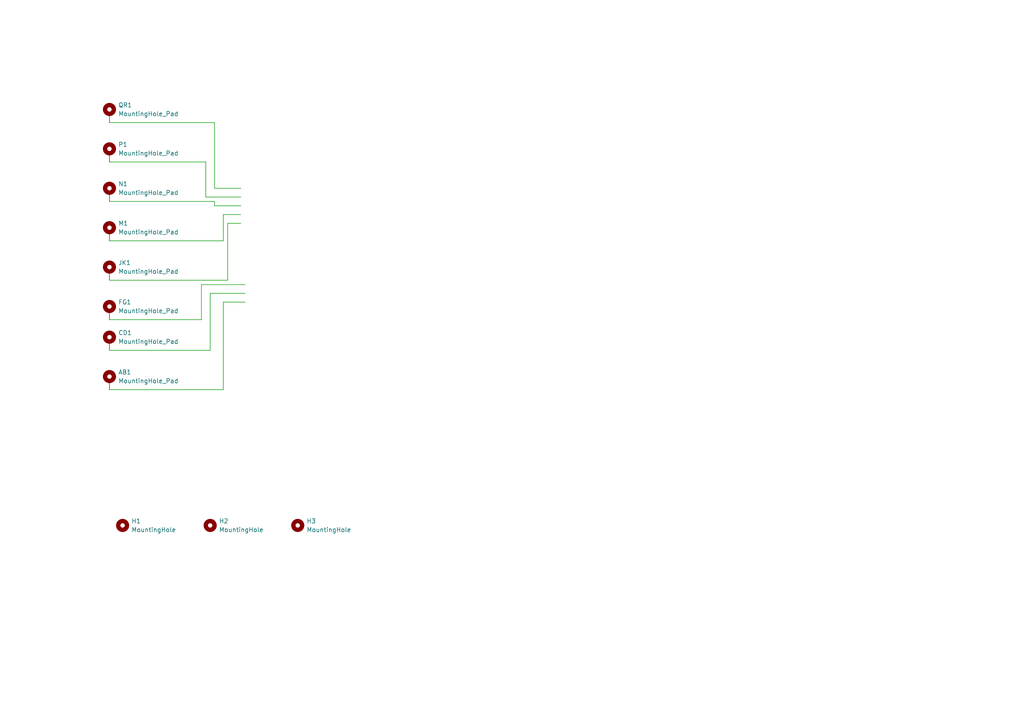
<source format=kicad_sch>
(kicad_sch (version 20230121) (generator eeschema)

  (uuid 1533ef38-9a1f-426f-b1e1-1254bbecedaf)

  (paper "A4")

  (lib_symbols
    (symbol "Mechanical:MountingHole" (pin_names (offset 1.016)) (in_bom yes) (on_board yes)
      (property "Reference" "H" (at 0 5.08 0)
        (effects (font (size 1.27 1.27)))
      )
      (property "Value" "MountingHole" (at 0 3.175 0)
        (effects (font (size 1.27 1.27)))
      )
      (property "Footprint" "" (at 0 0 0)
        (effects (font (size 1.27 1.27)) hide)
      )
      (property "Datasheet" "~" (at 0 0 0)
        (effects (font (size 1.27 1.27)) hide)
      )
      (property "ki_keywords" "mounting hole" (at 0 0 0)
        (effects (font (size 1.27 1.27)) hide)
      )
      (property "ki_description" "Mounting Hole without connection" (at 0 0 0)
        (effects (font (size 1.27 1.27)) hide)
      )
      (property "ki_fp_filters" "MountingHole*" (at 0 0 0)
        (effects (font (size 1.27 1.27)) hide)
      )
      (symbol "MountingHole_0_1"
        (circle (center 0 0) (radius 1.27)
          (stroke (width 1.27) (type default))
          (fill (type none))
        )
      )
    )
    (symbol "Mechanical:MountingHole_Pad" (pin_numbers hide) (pin_names (offset 1.016) hide) (in_bom yes) (on_board yes)
      (property "Reference" "H" (at 0 6.35 0)
        (effects (font (size 1.27 1.27)))
      )
      (property "Value" "MountingHole_Pad" (at 0 4.445 0)
        (effects (font (size 1.27 1.27)))
      )
      (property "Footprint" "" (at 0 0 0)
        (effects (font (size 1.27 1.27)) hide)
      )
      (property "Datasheet" "~" (at 0 0 0)
        (effects (font (size 1.27 1.27)) hide)
      )
      (property "ki_keywords" "mounting hole" (at 0 0 0)
        (effects (font (size 1.27 1.27)) hide)
      )
      (property "ki_description" "Mounting Hole with connection" (at 0 0 0)
        (effects (font (size 1.27 1.27)) hide)
      )
      (property "ki_fp_filters" "MountingHole*Pad*" (at 0 0 0)
        (effects (font (size 1.27 1.27)) hide)
      )
      (symbol "MountingHole_Pad_0_1"
        (circle (center 0 1.27) (radius 1.27)
          (stroke (width 1.27) (type default))
          (fill (type none))
        )
      )
      (symbol "MountingHole_Pad_1_1"
        (pin input line (at 0 -2.54 90) (length 2.54)
          (name "1" (effects (font (size 1.27 1.27))))
          (number "1" (effects (font (size 1.27 1.27))))
        )
      )
    )
  )


  (wire (pts (xy 58.42 82.55) (xy 71.12 82.55))
    (stroke (width 0) (type default))
    (uuid 11137036-3c3c-40cc-9743-ddc3603c9c8c)
  )
  (wire (pts (xy 66.04 64.77) (xy 69.85 64.77))
    (stroke (width 0) (type default))
    (uuid 12e53bbd-143d-439a-94d9-9403fdf96098)
  )
  (wire (pts (xy 31.75 92.71) (xy 58.42 92.71))
    (stroke (width 0) (type default))
    (uuid 27ff82e1-3bb1-4f7d-aecd-3fb69ee99533)
  )
  (wire (pts (xy 64.77 69.85) (xy 64.77 62.23))
    (stroke (width 0) (type default))
    (uuid 43f590c7-e47b-4c43-8d8e-525c7d9a7a39)
  )
  (wire (pts (xy 62.23 59.69) (xy 69.85 59.69))
    (stroke (width 0) (type default))
    (uuid 583e0789-a1ed-4840-91f8-2f118cc67c1b)
  )
  (wire (pts (xy 62.23 54.61) (xy 69.85 54.61))
    (stroke (width 0) (type default))
    (uuid 72e70deb-1a35-42b2-b1e2-24e1ba41c06c)
  )
  (wire (pts (xy 64.77 87.63) (xy 71.12 87.63))
    (stroke (width 0) (type default))
    (uuid 73884ae3-6b0f-4447-bc60-aa825ed246c0)
  )
  (wire (pts (xy 31.75 69.85) (xy 64.77 69.85))
    (stroke (width 0) (type default))
    (uuid 7b4d0d88-6045-4726-b3e9-02a9e5408bd2)
  )
  (wire (pts (xy 66.04 81.28) (xy 66.04 64.77))
    (stroke (width 0) (type default))
    (uuid 8c251e92-3f06-4eea-9578-c5961d1192b4)
  )
  (wire (pts (xy 31.75 101.6) (xy 60.96 101.6))
    (stroke (width 0) (type default))
    (uuid 9f2b587b-e858-4e7a-aead-00b86049c719)
  )
  (wire (pts (xy 31.75 113.03) (xy 64.77 113.03))
    (stroke (width 0) (type default))
    (uuid b4b6d3d2-454d-4d5a-b6b0-05c75071c7cc)
  )
  (wire (pts (xy 31.75 35.56) (xy 62.23 35.56))
    (stroke (width 0) (type default))
    (uuid b99b062c-3840-45e5-bb83-a53a6e794d54)
  )
  (wire (pts (xy 59.69 57.15) (xy 69.85 57.15))
    (stroke (width 0) (type default))
    (uuid b9c3e6d1-f120-4d1c-80e0-71a57ead2a4d)
  )
  (wire (pts (xy 60.96 85.09) (xy 71.12 85.09))
    (stroke (width 0) (type default))
    (uuid bf159c62-f177-4760-88b2-ad32ef6a54aa)
  )
  (wire (pts (xy 31.75 58.42) (xy 62.23 58.42))
    (stroke (width 0) (type default))
    (uuid c11b9870-0f02-4312-8355-e40a10b932a6)
  )
  (wire (pts (xy 62.23 35.56) (xy 62.23 54.61))
    (stroke (width 0) (type default))
    (uuid ceec9a6a-c607-4ce7-bd23-5b4a6afec1f7)
  )
  (wire (pts (xy 64.77 62.23) (xy 69.85 62.23))
    (stroke (width 0) (type default))
    (uuid d3588260-3727-4ad8-90d2-4d8df49bf5f1)
  )
  (wire (pts (xy 64.77 113.03) (xy 64.77 87.63))
    (stroke (width 0) (type default))
    (uuid d6df6bf5-8ef5-4318-89fe-6a54397f4f45)
  )
  (wire (pts (xy 58.42 92.71) (xy 58.42 82.55))
    (stroke (width 0) (type default))
    (uuid d7f8a541-1358-4fa7-b153-19b87832bbaf)
  )
  (wire (pts (xy 31.75 81.28) (xy 66.04 81.28))
    (stroke (width 0) (type default))
    (uuid da3418ec-ca97-40dc-924d-4fd3d6d8c677)
  )
  (wire (pts (xy 60.96 101.6) (xy 60.96 85.09))
    (stroke (width 0) (type default))
    (uuid e4646881-c9c5-4e47-bd1a-cff294e282c6)
  )
  (wire (pts (xy 31.75 46.99) (xy 59.69 46.99))
    (stroke (width 0) (type default))
    (uuid e7be5d40-5bc8-414d-b7bd-68cc23c83f59)
  )
  (wire (pts (xy 62.23 58.42) (xy 62.23 59.69))
    (stroke (width 0) (type default))
    (uuid e84fda8b-a44e-4068-a057-65350570e8ad)
  )
  (wire (pts (xy 59.69 46.99) (xy 59.69 57.15))
    (stroke (width 0) (type default))
    (uuid f4d0598b-9f6a-4d6d-a50b-9edd3e9fdeee)
  )

  (symbol (lib_id "Mechanical:MountingHole") (at 86.36 152.4 0) (unit 1)
    (in_bom yes) (on_board yes) (dnp no) (fields_autoplaced)
    (uuid 0af921d4-476b-436d-88b9-8469eb5a9e6c)
    (property "Reference" "H3" (at 88.9 151.13 0)
      (effects (font (size 1.27 1.27)) (justify left))
    )
    (property "Value" "MountingHole" (at 88.9 153.67 0)
      (effects (font (size 1.27 1.27)) (justify left))
    )
    (property "Footprint" "MountingHole:MountingHole_2.5mm" (at 86.36 152.4 0)
      (effects (font (size 1.27 1.27)) hide)
    )
    (property "Datasheet" "~" (at 86.36 152.4 0)
      (effects (font (size 1.27 1.27)) hide)
    )
    (instances
      (project "smspower"
        (path "/1533ef38-9a1f-426f-b1e1-1254bbecedaf"
          (reference "H3") (unit 1)
        )
      )
    )
  )

  (symbol (lib_id "Mechanical:MountingHole_Pad") (at 31.75 90.17 0) (unit 1)
    (in_bom yes) (on_board yes) (dnp no) (fields_autoplaced)
    (uuid 237e9971-e347-4279-a50b-afc6ea1a1dc1)
    (property "Reference" "FG1" (at 34.29 87.63 0)
      (effects (font (size 1.27 1.27)) (justify left))
    )
    (property "Value" "MountingHole_Pad" (at 34.29 90.17 0)
      (effects (font (size 1.27 1.27)) (justify left))
    )
    (property "Footprint" "MountingHole:MountingHole_2.2mm_M2_Pad" (at 31.75 90.17 0)
      (effects (font (size 1.27 1.27)) hide)
    )
    (property "Datasheet" "~" (at 31.75 90.17 0)
      (effects (font (size 1.27 1.27)) hide)
    )
    (pin "1" (uuid 58f950a1-8ccc-4801-97dd-4a7c2e61a814))
    (instances
      (project "smspower"
        (path "/1533ef38-9a1f-426f-b1e1-1254bbecedaf"
          (reference "FG1") (unit 1)
        )
      )
    )
  )

  (symbol (lib_id "Mechanical:MountingHole_Pad") (at 31.75 110.49 0) (unit 1)
    (in_bom yes) (on_board yes) (dnp no) (fields_autoplaced)
    (uuid 433a539c-d908-491f-8d3b-9f97e8b23b79)
    (property "Reference" "AB1" (at 34.29 107.95 0)
      (effects (font (size 1.27 1.27)) (justify left))
    )
    (property "Value" "MountingHole_Pad" (at 34.29 110.49 0)
      (effects (font (size 1.27 1.27)) (justify left))
    )
    (property "Footprint" "MountingHole:MountingHole_2.2mm_M2_Pad" (at 31.75 110.49 0)
      (effects (font (size 1.27 1.27)) hide)
    )
    (property "Datasheet" "~" (at 31.75 110.49 0)
      (effects (font (size 1.27 1.27)) hide)
    )
    (pin "1" (uuid 1d34a927-f629-4e18-b268-69e38c99b166))
    (instances
      (project "smspower"
        (path "/1533ef38-9a1f-426f-b1e1-1254bbecedaf"
          (reference "AB1") (unit 1)
        )
      )
    )
  )

  (symbol (lib_id "Mechanical:MountingHole") (at 35.56 152.4 0) (unit 1)
    (in_bom yes) (on_board yes) (dnp no) (fields_autoplaced)
    (uuid 476f2e5d-b14f-4c19-be5e-e59992917cc2)
    (property "Reference" "H1" (at 38.1 151.13 0)
      (effects (font (size 1.27 1.27)) (justify left))
    )
    (property "Value" "MountingHole" (at 38.1 153.67 0)
      (effects (font (size 1.27 1.27)) (justify left))
    )
    (property "Footprint" "MountingHole:MountingHole_2.5mm" (at 35.56 152.4 0)
      (effects (font (size 1.27 1.27)) hide)
    )
    (property "Datasheet" "~" (at 35.56 152.4 0)
      (effects (font (size 1.27 1.27)) hide)
    )
    (instances
      (project "smspower"
        (path "/1533ef38-9a1f-426f-b1e1-1254bbecedaf"
          (reference "H1") (unit 1)
        )
      )
    )
  )

  (symbol (lib_id "Mechanical:MountingHole_Pad") (at 31.75 99.06 0) (unit 1)
    (in_bom yes) (on_board yes) (dnp no) (fields_autoplaced)
    (uuid 7924b166-5a17-4581-b272-5edcbd612e1f)
    (property "Reference" "CD1" (at 34.29 96.52 0)
      (effects (font (size 1.27 1.27)) (justify left))
    )
    (property "Value" "MountingHole_Pad" (at 34.29 99.06 0)
      (effects (font (size 1.27 1.27)) (justify left))
    )
    (property "Footprint" "MountingHole:MountingHole_2.2mm_M2_Pad" (at 31.75 99.06 0)
      (effects (font (size 1.27 1.27)) hide)
    )
    (property "Datasheet" "~" (at 31.75 99.06 0)
      (effects (font (size 1.27 1.27)) hide)
    )
    (pin "1" (uuid 51249c8a-9a2c-440f-9fdc-025dc99d0976))
    (instances
      (project "smspower"
        (path "/1533ef38-9a1f-426f-b1e1-1254bbecedaf"
          (reference "CD1") (unit 1)
        )
      )
    )
  )

  (symbol (lib_id "Mechanical:MountingHole_Pad") (at 31.75 33.02 0) (unit 1)
    (in_bom yes) (on_board yes) (dnp no) (fields_autoplaced)
    (uuid 82cffccb-aaae-4bb7-91ca-1d47ab07f292)
    (property "Reference" "QR1" (at 34.29 30.48 0)
      (effects (font (size 1.27 1.27)) (justify left))
    )
    (property "Value" "MountingHole_Pad" (at 34.29 33.02 0)
      (effects (font (size 1.27 1.27)) (justify left))
    )
    (property "Footprint" "MountingHole:MountingHole_2.2mm_M2_Pad" (at 31.75 33.02 0)
      (effects (font (size 1.27 1.27)) hide)
    )
    (property "Datasheet" "~" (at 31.75 33.02 0)
      (effects (font (size 1.27 1.27)) hide)
    )
    (pin "1" (uuid 6bb8fc94-827b-433c-aee3-fc70cc05623d))
    (instances
      (project "smspower"
        (path "/1533ef38-9a1f-426f-b1e1-1254bbecedaf"
          (reference "QR1") (unit 1)
        )
      )
    )
  )

  (symbol (lib_id "Mechanical:MountingHole_Pad") (at 31.75 44.45 0) (unit 1)
    (in_bom yes) (on_board yes) (dnp no) (fields_autoplaced)
    (uuid b75557fe-33f4-4eab-a8b0-f35b707df33d)
    (property "Reference" "P1" (at 34.29 41.91 0)
      (effects (font (size 1.27 1.27)) (justify left))
    )
    (property "Value" "MountingHole_Pad" (at 34.29 44.45 0)
      (effects (font (size 1.27 1.27)) (justify left))
    )
    (property "Footprint" "MountingHole:MountingHole_2.2mm_M2_Pad" (at 31.75 44.45 0)
      (effects (font (size 1.27 1.27)) hide)
    )
    (property "Datasheet" "~" (at 31.75 44.45 0)
      (effects (font (size 1.27 1.27)) hide)
    )
    (pin "1" (uuid 02cd4c75-c2a3-4774-9628-d5bf0e5972e7))
    (instances
      (project "smspower"
        (path "/1533ef38-9a1f-426f-b1e1-1254bbecedaf"
          (reference "P1") (unit 1)
        )
      )
    )
  )

  (symbol (lib_id "Mechanical:MountingHole_Pad") (at 31.75 78.74 0) (unit 1)
    (in_bom yes) (on_board yes) (dnp no) (fields_autoplaced)
    (uuid baa0e164-baf8-43be-bdf3-bece5a927c4a)
    (property "Reference" "JK1" (at 34.29 76.2 0)
      (effects (font (size 1.27 1.27)) (justify left))
    )
    (property "Value" "MountingHole_Pad" (at 34.29 78.74 0)
      (effects (font (size 1.27 1.27)) (justify left))
    )
    (property "Footprint" "MountingHole:MountingHole_2.2mm_M2_Pad" (at 31.75 78.74 0)
      (effects (font (size 1.27 1.27)) hide)
    )
    (property "Datasheet" "~" (at 31.75 78.74 0)
      (effects (font (size 1.27 1.27)) hide)
    )
    (pin "1" (uuid 4713343a-d4a3-4f54-a269-71c4746516fd))
    (instances
      (project "smspower"
        (path "/1533ef38-9a1f-426f-b1e1-1254bbecedaf"
          (reference "JK1") (unit 1)
        )
      )
    )
  )

  (symbol (lib_id "Mechanical:MountingHole") (at 60.96 152.4 0) (unit 1)
    (in_bom yes) (on_board yes) (dnp no) (fields_autoplaced)
    (uuid c5c7b64c-9b30-4775-b8f4-8551773b1742)
    (property "Reference" "H2" (at 63.5 151.13 0)
      (effects (font (size 1.27 1.27)) (justify left))
    )
    (property "Value" "MountingHole" (at 63.5 153.67 0)
      (effects (font (size 1.27 1.27)) (justify left))
    )
    (property "Footprint" "MountingHole:MountingHole_2.5mm" (at 60.96 152.4 0)
      (effects (font (size 1.27 1.27)) hide)
    )
    (property "Datasheet" "~" (at 60.96 152.4 0)
      (effects (font (size 1.27 1.27)) hide)
    )
    (instances
      (project "smspower"
        (path "/1533ef38-9a1f-426f-b1e1-1254bbecedaf"
          (reference "H2") (unit 1)
        )
      )
    )
  )

  (symbol (lib_id "Mechanical:MountingHole_Pad") (at 31.75 55.88 0) (unit 1)
    (in_bom yes) (on_board yes) (dnp no) (fields_autoplaced)
    (uuid d601d970-ab3f-41c0-b437-c54c9c84a7ba)
    (property "Reference" "N1" (at 34.29 53.34 0)
      (effects (font (size 1.27 1.27)) (justify left))
    )
    (property "Value" "MountingHole_Pad" (at 34.29 55.88 0)
      (effects (font (size 1.27 1.27)) (justify left))
    )
    (property "Footprint" "MountingHole:MountingHole_2.2mm_M2_Pad" (at 31.75 55.88 0)
      (effects (font (size 1.27 1.27)) hide)
    )
    (property "Datasheet" "~" (at 31.75 55.88 0)
      (effects (font (size 1.27 1.27)) hide)
    )
    (pin "1" (uuid 842e2f8e-9dee-47a1-975b-6467426cb799))
    (instances
      (project "smspower"
        (path "/1533ef38-9a1f-426f-b1e1-1254bbecedaf"
          (reference "N1") (unit 1)
        )
      )
    )
  )

  (symbol (lib_id "Mechanical:MountingHole_Pad") (at 31.75 67.31 0) (unit 1)
    (in_bom yes) (on_board yes) (dnp no) (fields_autoplaced)
    (uuid ff4994b3-f90d-4c66-a5dd-72fc2c9ba26e)
    (property "Reference" "M1" (at 34.29 64.77 0)
      (effects (font (size 1.27 1.27)) (justify left))
    )
    (property "Value" "MountingHole_Pad" (at 34.29 67.31 0)
      (effects (font (size 1.27 1.27)) (justify left))
    )
    (property "Footprint" "MountingHole:MountingHole_2.2mm_M2_Pad" (at 31.75 67.31 0)
      (effects (font (size 1.27 1.27)) hide)
    )
    (property "Datasheet" "~" (at 31.75 67.31 0)
      (effects (font (size 1.27 1.27)) hide)
    )
    (pin "1" (uuid 5490205a-c069-4cb0-a2d6-eb0400ab60d1))
    (instances
      (project "smspower"
        (path "/1533ef38-9a1f-426f-b1e1-1254bbecedaf"
          (reference "M1") (unit 1)
        )
      )
    )
  )

  (sheet_instances
    (path "/" (page "1"))
  )
)

</source>
